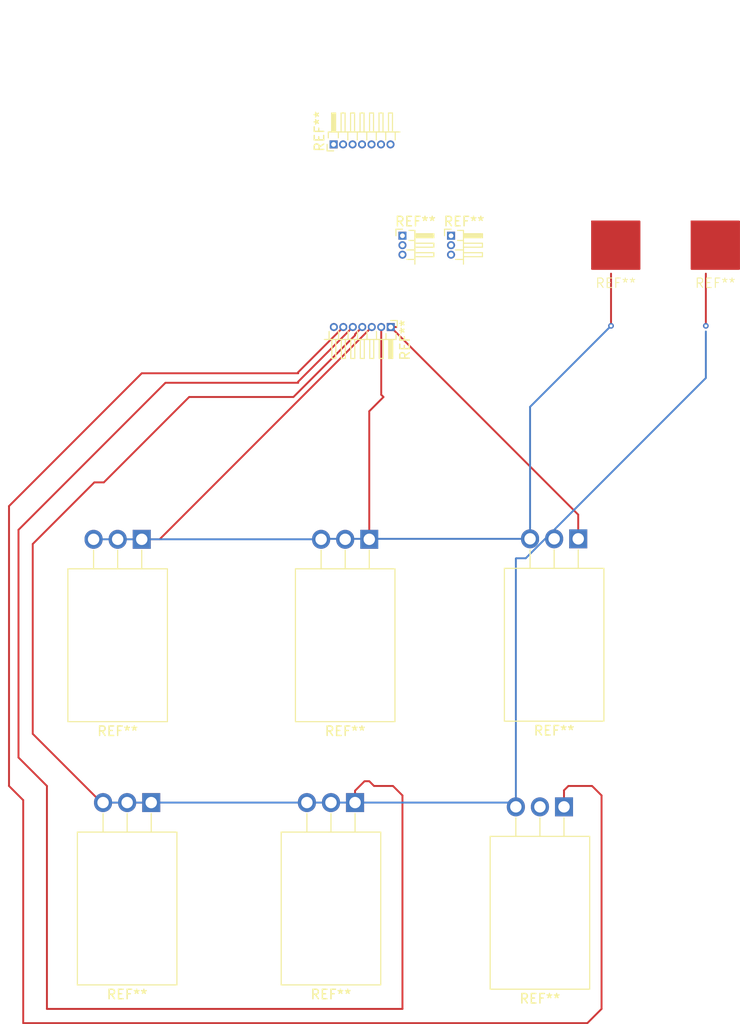
<source format=kicad_pcb>
(kicad_pcb (version 20240108) (generator "pcbnew") (generator_version "8.0")
  (layers (0 "F.Cu" signal) (31 "B.Cu" signal) (34 "B.Paste" user) (35 "F.Paste" user) (36 "B.SilkS" user "B.Silkscreen") (37 "F.SilkS" user "F.Silkscreen") (38 "B.Mask" user) (39 "F.Mask" user) (44 "Edge.Cuts" user))
  (net 0 "")
  (footprint "Package_TO_SOT_THT:TO-220F-3_Horizontal_TabDown" (layer "F.Cu") (at 40.5 74 180)
    (property "Reference" "REF**" (at 2.54 -20.22 0) (layer "F.SilkS"))
    (property "Value" "TO-220F-3_Horizontal_TabDown")
    (fp_line (start 7.79 -19.22) (end 7.79 -3.11) (stroke (width 0.12)) (layer "F.SilkS"))
    (fp_line (start 5.08 -3.11) (end 5.08 -1.15) (stroke (width 0.12)) (layer "F.SilkS"))
    (fp_line (start 2.54 -3.11) (end 2.54 -1.15) (stroke (width 0.12)) (layer "F.SilkS"))
    (fp_line (start 0 -3.11) (end 0 -1.15) (stroke (width 0.12)) (layer "F.SilkS"))
    (fp_line (start -2.71 -3.11) (end 7.79 -3.11) (stroke (width 0.12)) (layer "F.SilkS"))
    (fp_line (start -2.71 -19.22) (end 7.79 -19.22) (stroke (width 0.12)) (layer "F.SilkS"))
    (fp_line (start -2.71 -19.22) (end -2.71 -3.11) (stroke (width 0.12)) (layer "F.SilkS"))
    (pad "" np_thru_hole oval (at 2.54 -15.8 180) (size 3.5 3.5) (drill 3.5) (layers "*.Cu" "*.Mask"))
    (pad "1" thru_hole rect (at 0 0 180) (size 1.905 2) (drill 1.2) (layers "*.Cu" "*.Mask"))
    (pad "2" thru_hole oval (at 2.54 0 180) (size 1.905 2) (drill 1.2) (layers "*.Cu" "*.Mask"))
    (pad "3" thru_hole oval (at 5.08 0 180) (size 1.905 2) (drill 1.2) (layers "*.Cu" "*.Mask"))
  )
  (footprint "Package_TO_SOT_THT:TO-220F-3_Horizontal_TabDown" (layer "F.Cu") (at 64.5 74 180)
    (property "Reference" "REF**" (at 2.54 -20.22 0) (layer "F.SilkS"))
    (property "Value" "TO-220F-3_Horizontal_TabDown")
    (fp_line (start 7.79 -19.22) (end 7.79 -3.11) (stroke (width 0.12)) (layer "F.SilkS"))
    (fp_line (start 5.08 -3.11) (end 5.08 -1.15) (stroke (width 0.12)) (layer "F.SilkS"))
    (fp_line (start 2.54 -3.11) (end 2.54 -1.15) (stroke (width 0.12)) (layer "F.SilkS"))
    (fp_line (start 0 -3.11) (end 0 -1.15) (stroke (width 0.12)) (layer "F.SilkS"))
    (fp_line (start -2.71 -3.11) (end 7.79 -3.11) (stroke (width 0.12)) (layer "F.SilkS"))
    (fp_line (start -2.71 -19.22) (end 7.79 -19.22) (stroke (width 0.12)) (layer "F.SilkS"))
    (fp_line (start -2.71 -19.22) (end -2.71 -3.11) (stroke (width 0.12)) (layer "F.SilkS"))
    (pad "" np_thru_hole oval (at 2.54 -15.8 180) (size 3.5 3.5) (drill 3.5) (layers "*.Cu" "*.Mask"))
    (pad "1" thru_hole rect (at 0 0 180) (size 1.905 2) (drill 1.2) (layers "*.Cu" "*.Mask"))
    (pad "2" thru_hole oval (at 2.54 0 180) (size 1.905 2) (drill 1.2) (layers "*.Cu" "*.Mask"))
    (pad "3" thru_hole oval (at 5.08 0 180) (size 1.905 2) (drill 1.2) (layers "*.Cu" "*.Mask"))
  )
  (footprint "Package_TO_SOT_THT:TO-220F-3_Horizontal_TabDown" (layer "F.Cu") (at 41.5 101.75 180)
    (property "Reference" "REF**" (at 2.54 -20.22 0) (layer "F.SilkS"))
    (property "Value" "TO-220F-3_Horizontal_TabDown")
    (fp_line (start 7.79 -19.22) (end 7.79 -3.11) (stroke (width 0.12)) (layer "F.SilkS"))
    (fp_line (start 5.08 -3.11) (end 5.08 -1.15) (stroke (width 0.12)) (layer "F.SilkS"))
    (fp_line (start 2.54 -3.11) (end 2.54 -1.15) (stroke (width 0.12)) (layer "F.SilkS"))
    (fp_line (start 0 -3.11) (end 0 -1.15) (stroke (width 0.12)) (layer "F.SilkS"))
    (fp_line (start -2.71 -3.11) (end 7.79 -3.11) (stroke (width 0.12)) (layer "F.SilkS"))
    (fp_line (start -2.71 -19.22) (end 7.79 -19.22) (stroke (width 0.12)) (layer "F.SilkS"))
    (fp_line (start -2.71 -19.22) (end -2.71 -3.11) (stroke (width 0.12)) (layer "F.SilkS"))
    (pad "" np_thru_hole oval (at 2.54 -15.8 180) (size 3.5 3.5) (drill 3.5) (layers "*.Cu" "*.Mask"))
    (pad "1" thru_hole rect (at 0 0 180) (size 1.905 2) (drill 1.2) (layers "*.Cu" "*.Mask"))
    (pad "2" thru_hole oval (at 2.54 0 180) (size 1.905 2) (drill 1.2) (layers "*.Cu" "*.Mask"))
    (pad "3" thru_hole oval (at 5.08 0 180) (size 1.905 2) (drill 1.2) (layers "*.Cu" "*.Mask"))
  )
  (footprint "Package_TO_SOT_THT:TO-220F-3_Horizontal_TabDown" (layer "F.Cu") (at 63 101.75 180)
    (property "Reference" "REF**" (at 2.54 -20.22 0) (layer "F.SilkS"))
    (property "Value" "TO-220F-3_Horizontal_TabDown")
    (fp_line (start 7.79 -19.22) (end 7.79 -3.11) (stroke (width 0.12)) (layer "F.SilkS"))
    (fp_line (start 5.08 -3.11) (end 5.08 -1.15) (stroke (width 0.12)) (layer "F.SilkS"))
    (fp_line (start 2.54 -3.11) (end 2.54 -1.15) (stroke (width 0.12)) (layer "F.SilkS"))
    (fp_line (start 0 -3.11) (end 0 -1.15) (stroke (width 0.12)) (layer "F.SilkS"))
    (fp_line (start -2.71 -3.11) (end 7.79 -3.11) (stroke (width 0.12)) (layer "F.SilkS"))
    (fp_line (start -2.71 -19.22) (end 7.79 -19.22) (stroke (width 0.12)) (layer "F.SilkS"))
    (fp_line (start -2.71 -19.22) (end -2.71 -3.11) (stroke (width 0.12)) (layer "F.SilkS"))
    (pad "" np_thru_hole oval (at 2.54 -15.8 180) (size 3.5 3.5) (drill 3.5) (layers "*.Cu" "*.Mask"))
    (pad "1" thru_hole rect (at 0 0 180) (size 1.905 2) (drill 1.2) (layers "*.Cu" "*.Mask"))
    (pad "2" thru_hole oval (at 2.54 0 180) (size 1.905 2) (drill 1.2) (layers "*.Cu" "*.Mask"))
    (pad "3" thru_hole oval (at 5.08 0 180) (size 1.905 2) (drill 1.2) (layers "*.Cu" "*.Mask"))
  )
  (footprint "Connector_PinHeader_1.00mm:PinHeader_1x10_P1.00mm_Horizontal" (layer "F.Cu") (at 68 42)
    (property "Reference" "REF**" (at 1.375 -1.5 0) (layer "F.SilkS"))
    (property "Value" "PinHeader_1x10_P1.00mm_Horizontal")
    (fp_line (start -0.685 -0.685) (end 0 -0.685) (stroke (width 0.12)) (layer "F.SilkS"))
    (fp_line (start -0.685 0) (end -0.685 -0.685) (stroke (width 0.12)) (layer "F.SilkS"))
    (fp_line (start 0.468215 1.5) (end 1.31 1.5) (stroke (width 0.12)) (layer "F.SilkS"))
    (fp_line (start 0.468215 2.5) (end 1.31 2.5) (stroke (width 0.12)) (layer "F.SilkS"))
    (fp_line (start 0.685 -0.56) (end 1.31 -0.56) (stroke (width 0.12)) (layer "F.SilkS"))
    (fp_line (start 0.685 0.5) (end 1.31 0.5) (stroke (width 0.12)) (layer "F.SilkS"))
    (fp_line (start 1.31 -0.56) (end 1.31 3) (stroke (width 0.12)) (layer "F.SilkS"))
    (fp_line (start 1.31 -0.21) (end 3.31 -0.21) (stroke (width 0.12)) (layer "F.SilkS"))
    (fp_line (start 1.31 -0.15) (end 3.31 -0.15) (stroke (width 0.12)) (layer "F.SilkS"))
    (fp_line (start 1.31 -0.03) (end 3.31 -0.03) (stroke (width 0.12)) (layer "F.SilkS"))
    (fp_line (start 1.31 0.09) (end 3.31 0.09) (stroke (width 0.12)) (layer "F.SilkS"))
    (fp_line (start 1.31 0.79) (end 3.31 0.79) (stroke (width 0.12)) (layer "F.SilkS"))
    (fp_line (start 1.31 1.79) (end 3.31 1.79) (stroke (width 0.12)) (layer "F.SilkS"))
    (fp_line (start 3.31 -0.21) (end 3.31 0.21) (stroke (width 0.12)) (layer "F.SilkS"))
    (fp_line (start 3.31 0.21) (end 1.31 0.21) (stroke (width 0.12)) (layer "F.SilkS"))
    (fp_line (start 3.31 0.79) (end 3.31 1.21) (stroke (width 0.12)) (layer "F.SilkS"))
    (fp_line (start 3.31 1.21) (end 1.31 1.21) (stroke (width 0.12)) (layer "F.SilkS"))
    (fp_line (start 3.31 1.79) (end 3.31 2.21) (stroke (width 0.12)) (layer "F.SilkS"))
    (fp_line (start 3.31 2.21) (end 1.31 2.21) (stroke (width 0.12)) (layer "F.SilkS"))
    (pad "1" thru_hole rect (at 0 0) (size 0.85 0.85) (drill 0.5) (layers "*.Cu" "*.Mask"))
    (pad "2" thru_hole oval (at 0 1) (size 0.85 0.85) (drill 0.5) (layers "*.Cu" "*.Mask"))
    (pad "3" thru_hole oval (at 0 2) (size 0.85 0.85) (drill 0.5) (layers "*.Cu" "*.Mask"))
  )
  (footprint "square library:square" (layer "F.Cu") (at 101 47.5)
    (property "Reference" "REF**" (at 0 -0.5 0) (layer "F.SilkS") (effects (font (thickness 0.1))))
    (property "Value" "square")
    (fp_rect (start -2.5 -7) (end 2.5 -2) (stroke (width 0.2)) (fill solid) (layer "F.Cu"))
    (pad "1" smd roundrect (at 0 -4.5) (size 2.286 1.524) (layers "F.Cu" "F.Paste" "F.Mask"))
  )
  (footprint "Connector_PinHeader_1.00mm:PinHeader_1x10_P1.00mm_Horizontal" (layer "F.Cu") (at 60.7375 32.375 90)
    (property "Reference" "REF**" (at 1.375 -1.5 90) (layer "F.SilkS"))
    (property "Value" "PinHeader_1x10_P1.00mm_Horizontal")
    (fp_line (start -0.685 -0.685) (end 0 -0.685) (stroke (width 0.12)) (layer "F.SilkS"))
    (fp_line (start 1.31 -0.56) (end 1.31 7) (stroke (width 0.12)) (layer "F.SilkS"))
    (fp_line (start 0.685 -0.56) (end 1.31 -0.56) (stroke (width 0.12)) (layer "F.SilkS"))
    (fp_line (start 3.31 -0.21) (end 3.31 0.21) (stroke (width 0.12)) (layer "F.SilkS"))
    (fp_line (start 1.31 -0.21) (end 3.31 -0.21) (stroke (width 0.12)) (layer "F.SilkS"))
    (fp_line (start 1.31 -0.15) (end 3.31 -0.15) (stroke (width 0.12)) (layer "F.SilkS"))
    (fp_line (start 1.31 -0.03) (end 3.31 -0.03) (stroke (width 0.12)) (layer "F.SilkS"))
    (fp_line (start -0.685 0) (end -0.685 -0.685) (stroke (width 0.12)) (layer "F.SilkS"))
    (fp_line (start 1.31 0.09) (end 3.31 0.09) (stroke (width 0.12)) (layer "F.SilkS"))
    (fp_line (start 3.31 0.21) (end 1.31 0.21) (stroke (width 0.12)) (layer "F.SilkS"))
    (fp_line (start 0.685 0.5) (end 1.31 0.5) (stroke (width 0.12)) (layer "F.SilkS"))
    (fp_line (start 3.31 0.79) (end 3.31 1.21) (stroke (width 0.12)) (layer "F.SilkS"))
    (fp_line (start 1.31 0.79) (end 3.31 0.79) (stroke (width 0.12)) (layer "F.SilkS"))
    (fp_line (start 3.31 1.21) (end 1.31 1.21) (stroke (width 0.12)) (layer "F.SilkS"))
    (fp_line (start 0.468215 1.5) (end 1.31 1.5) (stroke (width 0.12)) (layer "F.SilkS"))
    (fp_line (start 3.31 1.79) (end 3.31 2.21) (stroke (width 0.12)) (layer "F.SilkS"))
    (fp_line (start 1.31 1.79) (end 3.31 1.79) (stroke (width 0.12)) (layer "F.SilkS"))
    (fp_line (start 3.31 2.21) (end 1.31 2.21) (stroke (width 0.12)) (layer "F.SilkS"))
    (fp_line (start 0.468215 2.5) (end 1.31 2.5) (stroke (width 0.12)) (layer "F.SilkS"))
    (fp_line (start 3.31 2.79) (end 3.31 3.21) (stroke (width 0.12)) (layer "F.SilkS"))
    (fp_line (start 1.31 2.79) (end 3.31 2.79) (stroke (width 0.12)) (layer "F.SilkS"))
    (fp_line (start 3.31 3.21) (end 1.31 3.21) (stroke (width 0.12)) (layer "F.SilkS"))
    (fp_line (start 0.468215 3.5) (end 1.31 3.5) (stroke (width 0.12)) (layer "F.SilkS"))
    (fp_line (start 3.31 3.79) (end 3.31 4.21) (stroke (width 0.12)) (layer "F.SilkS"))
    (fp_line (start 1.31 3.79) (end 3.31 3.79) (stroke (width 0.12)) (layer "F.SilkS"))
    (fp_line (start 3.31 4.21) (end 1.31 4.21) (stroke (width 0.12)) (layer "F.SilkS"))
    (fp_line (start 0.468215 4.5) (end 1.31 4.5) (stroke (width 0.12)) (layer "F.SilkS"))
    (fp_line (start 3.31 4.79) (end 3.31 5.21) (stroke (width 0.12)) (layer "F.SilkS"))
    (fp_line (start 1.31 4.79) (end 3.31 4.79) (stroke (width 0.12)) (layer "F.SilkS"))
    (fp_line (start 3.31 5.21) (end 1.31 5.21) (stroke (width 0.12)) (layer "F.SilkS"))
    (fp_line (start 0.468215 5.5) (end 1.31 5.5) (stroke (width 0.12)) (layer "F.SilkS"))
    (fp_line (start 3.31 5.79) (end 3.31 6.21) (stroke (width 0.12)) (layer "F.SilkS"))
    (fp_line (start 1.31 5.79) (end 3.31 5.79) (stroke (width 0.12)) (layer "F.SilkS"))
    (fp_line (start 3.31 6.21) (end 1.31 6.21) (stroke (width 0.12)) (layer "F.SilkS"))
    (fp_line (start 0.468215 6.5) (end 1.31 6.5) (stroke (width 0.12)) (layer "F.SilkS"))
    (pad "1" thru_hole rect (at 0 0 90) (size 0.85 0.85) (drill 0.5) (layers "*.Cu" "*.Mask"))
    (pad "2" thru_hole oval (at 0 1 90) (size 0.85 0.85) (drill 0.5) (layers "*.Cu" "*.Mask"))
    (pad "3" thru_hole oval (at 0 2 90) (size 0.85 0.85) (drill 0.5) (layers "*.Cu" "*.Mask"))
    (pad "4" thru_hole oval (at 0 3 90) (size 0.85 0.85) (drill 0.5) (layers "*.Cu" "*.Mask"))
    (pad "5" thru_hole oval (at 0 4 90) (size 0.85 0.85) (drill 0.5) (layers "*.Cu" "*.Mask"))
    (pad "6" thru_hole oval (at 0 5 90) (size 0.85 0.85) (drill 0.5) (layers "*.Cu" "*.Mask"))
    (pad "7" thru_hole oval (at 0 6 90) (size 0.85 0.85) (drill 0.5) (layers "*.Cu" "*.Mask"))
  )
  (footprint "Connector_PinHeader_1.00mm:PinHeader_1x10_P1.00mm_Horizontal" (layer "F.Cu") (at 66.7625 51.625 -90)
    (property "Reference" "REF**" (at 1.375 -1.5 90) (layer "F.SilkS"))
    (property "Value" "PinHeader_1x10_P1.00mm_Horizontal")
    (fp_line (start 0.468215 6.5) (end 1.31 6.5) (stroke (width 0.12)) (layer "F.SilkS"))
    (fp_line (start 3.31 6.21) (end 1.31 6.21) (stroke (width 0.12)) (layer "F.SilkS"))
    (fp_line (start 1.31 5.79) (end 3.31 5.79) (stroke (width 0.12)) (layer "F.SilkS"))
    (fp_line (start 3.31 5.79) (end 3.31 6.21) (stroke (width 0.12)) (layer "F.SilkS"))
    (fp_line (start 0.468215 5.5) (end 1.31 5.5) (stroke (width 0.12)) (layer "F.SilkS"))
    (fp_line (start 3.31 5.21) (end 1.31 5.21) (stroke (width 0.12)) (layer "F.SilkS"))
    (fp_line (start 1.31 4.79) (end 3.31 4.79) (stroke (width 0.12)) (layer "F.SilkS"))
    (fp_line (start 3.31 4.79) (end 3.31 5.21) (stroke (width 0.12)) (layer "F.SilkS"))
    (fp_line (start 0.468215 4.5) (end 1.31 4.5) (stroke (width 0.12)) (layer "F.SilkS"))
    (fp_line (start 3.31 4.21) (end 1.31 4.21) (stroke (width 0.12)) (layer "F.SilkS"))
    (fp_line (start 1.31 3.79) (end 3.31 3.79) (stroke (width 0.12)) (layer "F.SilkS"))
    (fp_line (start 3.31 3.79) (end 3.31 4.21) (stroke (width 0.12)) (layer "F.SilkS"))
    (fp_line (start 0.468215 3.5) (end 1.31 3.5) (stroke (width 0.12)) (layer "F.SilkS"))
    (fp_line (start 3.31 3.21) (end 1.31 3.21) (stroke (width 0.12)) (layer "F.SilkS"))
    (fp_line (start 1.31 2.79) (end 3.31 2.79) (stroke (width 0.12)) (layer "F.SilkS"))
    (fp_line (start 3.31 2.79) (end 3.31 3.21) (stroke (width 0.12)) (layer "F.SilkS"))
    (fp_line (start 0.468215 2.5) (end 1.31 2.5) (stroke (width 0.12)) (layer "F.SilkS"))
    (fp_line (start 3.31 2.21) (end 1.31 2.21) (stroke (width 0.12)) (layer "F.SilkS"))
    (fp_line (start 1.31 1.79) (end 3.31 1.79) (stroke (width 0.12)) (layer "F.SilkS"))
    (fp_line (start 3.31 1.79) (end 3.31 2.21) (stroke (width 0.12)) (layer "F.SilkS"))
    (fp_line (start 0.468215 1.5) (end 1.31 1.5) (stroke (width 0.12)) (layer "F.SilkS"))
    (fp_line (start 3.31 1.21) (end 1.31 1.21) (stroke (width 0.12)) (layer "F.SilkS"))
    (fp_line (start 1.31 0.79) (end 3.31 0.79) (stroke (width 0.12)) (layer "F.SilkS"))
    (fp_line (start 3.31 0.79) (end 3.31 1.21) (stroke (width 0.12)) (layer "F.SilkS"))
    (fp_line (start 0.685 0.5) (end 1.31 0.5) (stroke (width 0.12)) (layer "F.SilkS"))
    (fp_line (start 3.31 0.21) (end 1.31 0.21) (stroke (width 0.12)) (layer "F.SilkS"))
    (fp_line (start 1.31 0.09) (end 3.31 0.09) (stroke (width 0.12)) (layer "F.SilkS"))
    (fp_line (start -0.685 0) (end -0.685 -0.685) (stroke (width 0.12)) (layer "F.SilkS"))
    (fp_line (start 1.31 -0.03) (end 3.31 -0.03) (stroke (width 0.12)) (layer "F.SilkS"))
    (fp_line (start 1.31 -0.15) (end 3.31 -0.15) (stroke (width 0.12)) (layer "F.SilkS"))
    (fp_line (start 1.31 -0.21) (end 3.31 -0.21) (stroke (width 0.12)) (layer "F.SilkS"))
    (fp_line (start 3.31 -0.21) (end 3.31 0.21) (stroke (width 0.12)) (layer "F.SilkS"))
    (fp_line (start 0.685 -0.56) (end 1.31 -0.56) (stroke (width 0.12)) (layer "F.SilkS"))
    (fp_line (start 1.31 -0.56) (end 1.31 7) (stroke (width 0.12)) (layer "F.SilkS"))
    (fp_line (start -0.685 -0.685) (end 0 -0.685) (stroke (width 0.12)) (layer "F.SilkS"))
    (pad "1" thru_hole rect (at 0 0 270) (size 0.85 0.85) (drill 0.5) (layers "*.Cu" "*.Mask"))
    (pad "2" thru_hole oval (at 0 1 270) (size 0.85 0.85) (drill 0.5) (layers "*.Cu" "*.Mask"))
    (pad "3" thru_hole oval (at 0 2 270) (size 0.85 0.85) (drill 0.5) (layers "*.Cu" "*.Mask"))
    (pad "4" thru_hole oval (at 0 3 270) (size 0.85 0.85) (drill 0.5) (layers "*.Cu" "*.Mask"))
    (pad "5" thru_hole oval (at 0 4 270) (size 0.85 0.85) (drill 0.5) (layers "*.Cu" "*.Mask"))
    (pad "6" thru_hole oval (at 0 5 270) (size 0.85 0.85) (drill 0.5) (layers "*.Cu" "*.Mask"))
    (pad "7" thru_hole oval (at 0 6 270) (size 0.85 0.85) (drill 0.5) (layers "*.Cu" "*.Mask"))
  )
  (footprint "Package_TO_SOT_THT:TO-220F-3_Horizontal_TabDown" (layer "F.Cu") (at 85.04 102.2 180)
    (property "Reference" "REF**" (at 2.54 -20.22 0) (layer "F.SilkS"))
    (property "Value" "TO-220F-3_Horizontal_TabDown")
    (fp_line (start 7.79 -19.22) (end 7.79 -3.11) (stroke (width 0.12)) (layer "F.SilkS"))
    (fp_line (start 5.08 -3.11) (end 5.08 -1.15) (stroke (width 0.12)) (layer "F.SilkS"))
    (fp_line (start 2.54 -3.11) (end 2.54 -1.15) (stroke (width 0.12)) (layer "F.SilkS"))
    (fp_line (start 0 -3.11) (end 0 -1.15) (stroke (width 0.12)) (layer "F.SilkS"))
    (fp_line (start -2.71 -3.11) (end 7.79 -3.11) (stroke (width 0.12)) (layer "F.SilkS"))
    (fp_line (start -2.71 -19.22) (end 7.79 -19.22) (stroke (width 0.12)) (layer "F.SilkS"))
    (fp_line (start -2.71 -19.22) (end -2.71 -3.11) (stroke (width 0.12)) (layer "F.SilkS"))
    (pad "" np_thru_hole oval (at 2.54 -15.8 180) (size 3.5 3.5) (drill 3.5) (layers "*.Cu" "*.Mask"))
    (pad "1" thru_hole rect (at 0 0 180) (size 1.905 2) (drill 1.2) (layers "*.Cu" "*.Mask"))
    (pad "2" thru_hole oval (at 2.54 0 180) (size 1.905 2) (drill 1.2) (layers "*.Cu" "*.Mask"))
    (pad "3" thru_hole oval (at 5.08 0 180) (size 1.905 2) (drill 1.2) (layers "*.Cu" "*.Mask"))
  )
  (footprint "square library:square" (layer "F.Cu") (at 90.5 47.5)
    (property "Reference" "REF**" (at 0 -0.5 0) (layer "F.SilkS") (effects (font (thickness 0.1))))
    (property "Value" "square")
    (fp_rect (start -2.5 -7) (end 2.5 -2) (stroke (width 0.2)) (fill solid) (layer "F.Cu"))
    (pad "1" smd roundrect (at 0 -4.5) (size 2.286 1.524) (layers "F.Cu" "F.Paste" "F.Mask"))
  )
  (footprint "Package_TO_SOT_THT:TO-220F-3_Horizontal_TabDown" (layer "F.Cu") (at 86.54 73.95 180)
    (property "Reference" "REF**" (at 2.54 -20.22 0) (layer "F.SilkS"))
    (property "Value" "TO-220F-3_Horizontal_TabDown")
    (fp_line (start 7.79 -19.22) (end 7.79 -3.11) (stroke (width 0.12)) (layer "F.SilkS"))
    (fp_line (start 5.08 -3.11) (end 5.08 -1.15) (stroke (width 0.12)) (layer "F.SilkS"))
    (fp_line (start 2.54 -3.11) (end 2.54 -1.15) (stroke (width 0.12)) (layer "F.SilkS"))
    (fp_line (start 0 -3.11) (end 0 -1.15) (stroke (width 0.12)) (layer "F.SilkS"))
    (fp_line (start -2.71 -3.11) (end 7.79 -3.11) (stroke (width 0.12)) (layer "F.SilkS"))
    (fp_line (start -2.71 -19.22) (end 7.79 -19.22) (stroke (width 0.12)) (layer "F.SilkS"))
    (fp_line (start -2.71 -19.22) (end -2.71 -3.11) (stroke (width 0.12)) (layer "F.SilkS"))
    (pad "" np_thru_hole oval (at 2.54 -15.8 180) (size 3.5 3.5) (drill 3.5) (layers "*.Cu" "*.Mask"))
    (pad "1" thru_hole rect (at 0 0 180) (size 1.905 2) (drill 1.2) (layers "*.Cu" "*.Mask"))
    (pad "2" thru_hole oval (at 2.54 0 180) (size 1.905 2) (drill 1.2) (layers "*.Cu" "*.Mask"))
    (pad "3" thru_hole oval (at 5.08 0 180) (size 1.905 2) (drill 1.2) (layers "*.Cu" "*.Mask"))
  )
  (footprint "Connector_PinHeader_1.00mm:PinHeader_1x10_P1.00mm_Horizontal" (layer "F.Cu") (at 73.125 42)
    (property "Reference" "REF**" (at 1.375 -1.5 0) (layer "F.SilkS"))
    (property "Value" "PinHeader_1x10_P1.00mm_Horizontal")
    (fp_line (start -0.685 -0.685) (end 0 -0.685) (stroke (width 0.12)) (layer "F.SilkS"))
    (fp_line (start -0.685 0) (end -0.685 -0.685) (stroke (width 0.12)) (layer "F.SilkS"))
    (fp_line (start 0.468215 1.5) (end 1.31 1.5) (stroke (width 0.12)) (layer "F.SilkS"))
    (fp_line (start 0.468215 2.5) (end 1.31 2.5) (stroke (width 0.12)) (layer "F.SilkS"))
    (fp_line (start 0.685 -0.56) (end 1.31 -0.56) (stroke (width 0.12)) (layer "F.SilkS"))
    (fp_line (start 0.685 0.5) (end 1.31 0.5) (stroke (width 0.12)) (layer "F.SilkS"))
    (fp_line (start 1.31 -0.56) (end 1.31 3) (stroke (width 0.12)) (layer "F.SilkS"))
    (fp_line (start 1.31 -0.21) (end 3.31 -0.21) (stroke (width 0.12)) (layer "F.SilkS"))
    (fp_line (start 1.31 -0.15) (end 3.31 -0.15) (stroke (width 0.12)) (layer "F.SilkS"))
    (fp_line (start 1.31 -0.03) (end 3.31 -0.03) (stroke (width 0.12)) (layer "F.SilkS"))
    (fp_line (start 1.31 0.09) (end 3.31 0.09) (stroke (width 0.12)) (layer "F.SilkS"))
    (fp_line (start 1.31 0.79) (end 3.31 0.79) (stroke (width 0.12)) (layer "F.SilkS"))
    (fp_line (start 1.31 1.79) (end 3.31 1.79) (stroke (width 0.12)) (layer "F.SilkS"))
    (fp_line (start 3.31 -0.21) (end 3.31 0.21) (stroke (width 0.12)) (layer "F.SilkS"))
    (fp_line (start 3.31 0.21) (end 1.31 0.21) (stroke (width 0.12)) (layer "F.SilkS"))
    (fp_line (start 3.31 0.79) (end 3.31 1.21) (stroke (width 0.12)) (layer "F.SilkS"))
    (fp_line (start 3.31 1.21) (end 1.31 1.21) (stroke (width 0.12)) (layer "F.SilkS"))
    (fp_line (start 3.31 1.79) (end 3.31 2.21) (stroke (width 0.12)) (layer "F.SilkS"))
    (fp_line (start 3.31 2.21) (end 1.31 2.21) (stroke (width 0.12)) (layer "F.SilkS"))
    (pad "1" thru_hole rect (at 0 0) (size 0.85 0.85) (drill 0.5) (layers "*.Cu" "*.Mask"))
    (pad "2" thru_hole oval (at 0 1) (size 0.85 0.85) (drill 0.5) (layers "*.Cu" "*.Mask"))
    (pad "3" thru_hole oval (at 0 2) (size 0.85 0.85) (drill 0.5) (layers "*.Cu" "*.Mask"))
  )
  (segment (start 26.5 100) (end 26.5 70.5) (width 0.2) (layer "F.Cu") (net 0))
  (segment (start 36.25 101.75) (end 29 94.5) (width 0.2) (layer "F.Cu") (net 0))
  (segment (start 26.5 70.5) (end 40.5 56.5) (width 0.2) (layer "F.Cu") (net 0))
  (segment (start 63 52.3875) (end 63.7625 51.625) (width 0.2) (layer "F.Cu") (net 0))
  (segment (start 57 56.5) (end 57 56.3875) (width 0.2) (layer "F.Cu") (net 0))
  (segment (start 43 57.5) (end 57 57.5) (width 0.2) (layer "F.Cu") (net 0))
  (segment (start 36.5 68) (end 45.5 59) (width 0.2) (layer "F.Cu") (net 0))
  (segment (start 56.5 59) (end 63 52.5) (width 0.2) (layer "F.Cu") (net 0))
  (segment (start 65.7625 58.7625) (end 65.7625 51.625) (width 0.2) (layer "F.Cu") (net 0))
  (segment (start 27.5 97) (end 27.5 73) (width 0.2) (layer "F.Cu") (net 0))
  (segment (start 29 74.5) (end 35.5 68) (width 0.2) (layer "F.Cu") (net 0))
  (segment (start 68 123.5) (end 30.5 123.5) (width 0.2) (layer "F.Cu") (net 0))
  (segment (start 45.5 59) (end 56.5 59) (width 0.2) (layer "F.Cu") (net 0))
  (segment (start 66.7625 51.625) (end 67.3875 51.625) (width 0.2) (layer "F.Cu") (net 0))
  (segment (start 89 123.5) (end 87.5 125) (width 0.2) (layer "F.Cu") (net 0))
  (segment (start 28 101.5) (end 26.5 100) (width 0.2) (layer "F.Cu") (net 0))
  (segment (start 42.3875 74) (end 64.7625 51.625) (width 0.2) (layer "F.Cu") (net 0))
  (segment (start 87.5 125) (end 28 125) (width 0.2) (layer "F.Cu") (net 0))
  (segment (start 30.5 123.5) (end 30.5 100) (width 0.2) (layer "F.Cu") (net 0))
  (segment (start 63 100.5) (end 64 99.5) (width 0.2) (layer "F.Cu") (net 0))
  (segment (start 90 51.5) (end 90 46) (width 0.2) (layer "F.Cu") (net 0))
  (segment (start 40.5 74) (end 42.3875 74) (width 0.2) (layer "F.Cu") (net 0))
  (segment (start 64.5 60.5) (end 66 59) (width 0.2) (layer "F.Cu") (net 0))
  (segment (start 66 59) (end 65.7625 58.7625) (width 0.2) (layer "F.Cu") (net 0))
  (segment (start 64.5 74) (end 64.5 60.5) (width 0.2) (layer "F.Cu") (net 0))
  (segment (start 64.5 99.5) (end 65 100) (width 0.2) (layer "F.Cu") (net 0))
  (segment (start 29 94.5) (end 29 74.5) (width 0.2) (layer "F.Cu") (net 0))
  (segment (start 67 100) (end 68 101) (width 0.2) (layer "F.Cu") (net 0))
  (segment (start 86.54 73.95) (end 86.54 71.4025) (width 0.2) (layer "F.Cu") (net 0))
  (segment (start 27.5 73) (end 43 57.5) (width 0.2) (layer "F.Cu") (net 0))
  (segment (start 35.5 68) (end 36.5 68) (width 0.2) (layer "F.Cu") (net 0))
  (segment (start 68 101) (end 68 123.5) (width 0.2) (layer "F.Cu") (net 0))
  (segment (start 65 100) (end 67 100) (width 0.2) (layer "F.Cu") (net 0))
  (segment (start 63 52.5) (end 63 52.3875) (width 0.2) (layer "F.Cu") (net 0))
  (segment (start 64 99.5) (end 64.5 99.5) (width 0.2) (layer "F.Cu") (net 0))
  (segment (start 41.5 101.75) (end 36.25 101.75) (width 0.2) (layer "F.Cu") (net 0))
  (segment (start 89 101) (end 89 123.5) (width 0.2) (layer "F.Cu") (net 0))
  (segment (start 85.04 100.46) (end 85.5 100) (width 0.2) (layer "F.Cu") (net 0))
  (segment (start 88 100) (end 89 101) (width 0.2) (layer "F.Cu") (net 0))
  (segment (start 40.5 56.5) (end 57 56.5) (width 0.2) (layer "F.Cu") (net 0))
  (segment (start 86.54 71.4025) (end 66.7625 51.625) (width 0.2) (layer "F.Cu") (net 0))
  (segment (start 57 56.3875) (end 61.7625 51.625) (width 0.2) (layer "F.Cu") (net 0))
  (segment (start 63 101.75) (end 63 100.5) (width 0.2) (layer "F.Cu") (net 0))
  (segment (start 85.04 102.2) (end 85.04 100.46) (width 0.2) (layer "F.Cu") (net 0))
  (segment (start 28 125) (end 28 101.5) (width 0.2) (layer "F.Cu") (net 0))
  (segment (start 57 57.3875) (end 62.7625 51.625) (width 0.2) (layer "F.Cu") (net 0))
  (segment (start 100 51.5) (end 100 46) (width 0.2) (layer "F.Cu") (net 0))
  (segment (start 30.5 100) (end 27.5 97) (width 0.2) (layer "F.Cu") (net 0))
  (segment (start 85.5 100) (end 88 100) (width 0.2) (layer "F.Cu") (net 0))
  (segment (start 57 57.5) (end 57 57.3875) (width 0.2) (layer "F.Cu") (net 0))
  (via (at 90 51.5) (size 0.6) (drill 0.3) (layers "F.Cu" "B.Cu") (net 0))
  (via (at 100 51.5) (size 0.6) (drill 0.3) (layers "F.Cu" "B.Cu") (net 0))
  (segment (start 36.42 101.75) (end 57.92 101.75) (width 0.2) (layer "B.Cu") (net 0))
  (segment (start 81.46 73.95) (end 59.47 73.95) (width 0.2) (layer "B.Cu") (net 0))
  (segment (start 79.51 101.75) (end 79.96 102.2) (width 0.2) (layer "B.Cu") (net 0))
  (segment (start 79.96 102.2) (end 79.96 76.04) (width 0.2) (layer "B.Cu") (net 0))
  (segment (start 59.47 73.95) (end 59.42 74) (width 0.2) (layer "B.Cu") (net 0))
  (segment (start 80 76) (end 81 76) (width 0.2) (layer "B.Cu") (net 0))
  (segment (start 57.92 101.75) (end 79.51 101.75) (width 0.2) (layer "B.Cu") (net 0))
  (segment (start 100 57) (end 100 52.1) (width 0.2) (layer "B.Cu") (net 0))
  (segment (start 81.46 60.04) (end 90 51.5) (width 0.2) (layer "B.Cu") (net 0))
  (segment (start 59.42 74) (end 35.42 74) (width 0.2) (layer "B.Cu") (net 0))
  (segment (start 81.46 73.95) (end 81.46 60.04) (width 0.2) (layer "B.Cu") (net 0))
  (segment (start 79.96 76.04) (end 80 76) (width 0.2) (layer "B.Cu") (net 0))
  (segment (start 81 76) (end 100 57) (width 0.2) (layer "B.Cu") (net 0))
)
</source>
